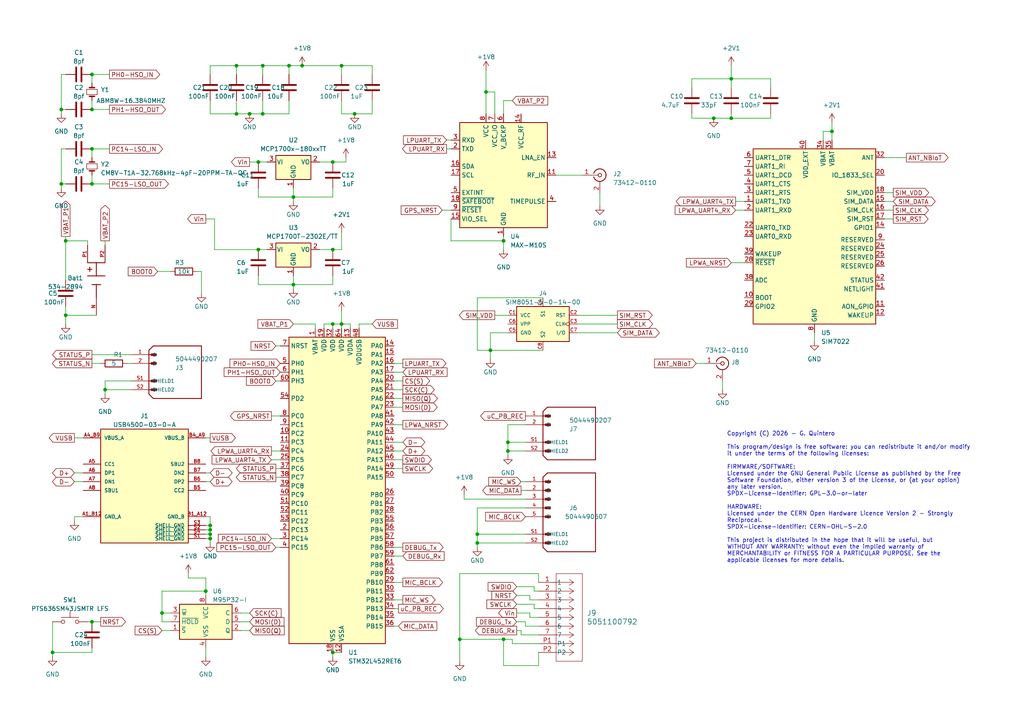
<source format=kicad_sch>
(kicad_sch (version 20250114) (generator "eeschema") (generator_version "9.0")
  (paper "A4")
  (text "Copyright (C) 2026 - G. Quintero\n\nThis program/design is free software: you can redistribute it and/or modify \nit under the terms of the following licenses:\n\nFIRMWARE/SOFTWARE:\nLicensed under the GNU General Public License as published by the Free \nSoftware Foundation, either version 3 of the License, or (at your option) \nany later version. \nSPDX-License-Identifier: GPL-3.0-or-later\n\nHARDWARE:\nLicensed under the CERN Open Hardware Licence Version 2 - Strongly \nReciprocal.\nSPDX-License-Identifier: CERN-OHL-S-2.0\n\nThis project is distributed in the hope that it will be useful, but \nWITHOUT ANY WARRANTY; without even the implied warranty of \nMERCHANTABILITY or FITNESS FOR A PARTICULAR PURPOSE. See the \napplicable licenses for more details." (exclude_from_sim yes) (at 210.82 144.272 0) (effects (font (size 1.2 1.2)) (justify left)))
  (junction (at 96.52 72.39))
  (junction (at 133.35 185.42))
  (junction (at 96.52 46.99))
  (junction (at 26.67 180.34))
  (junction (at 102.87 33.02))
  (junction (at 241.3 38.1))
  (junction (at 15.24 189.23))
  (junction (at 83.82 19.05))
  (junction (at 146.05 185.42))
  (junction (at 60.96 152.4))
  (junction (at 17.78 31.75))
  (junction (at 74.93 46.99))
  (junction (at 74.93 72.39))
  (junction (at 60.96 153.67))
  (junction (at 99.06 93.98))
  (junction (at 19.05 69.85))
  (junction (at 46.99 177.8))
  (junction (at 76.2 19.05))
  (junction (at 60.96 154.94))
  (junction (at 26.67 21.59))
  (junction (at 26.67 53.34))
  (junction (at 99.06 19.05))
  (junction (at 212.09 34.29))
  (junction (at 59.69 171.45))
  (junction (at 212.09 22.86))
  (junction (at 26.67 43.18))
  (junction (at 19.05 91.44))
  (junction (at 85.09 57.15))
  (junction (at 138.43 157.48))
  (junction (at 147.32 130.81))
  (junction (at 207.01 34.29))
  (junction (at 85.09 82.55))
  (junction (at 146.05 69.85))
  (junction (at 76.2 33.02))
  (junction (at 68.58 33.02))
  (junction (at 138.43 154.94))
  (junction (at 142.24 101.6))
  (junction (at 68.58 19.05))
  (junction (at 96.52 189.23))
  (junction (at 26.67 31.75))
  (junction (at 87.63 19.05))
  (junction (at 30.48 113.03))
  (junction (at 60.96 156.21))
  (junction (at 96.52 93.98))
  (junction (at 147.32 128.27))
  (junction (at 140.97 26.67))
  (junction (at 72.39 33.02))
  (junction (at 17.78 53.34))
  (wire (pts (xy 107.95 33.02) (xy 107.95 29.21)))
  (wire (pts (xy 154.94 171.45) (xy 156.21 171.45)))
  (wire (pts (xy 241.3 40.64) (xy 241.3 38.1)))
  (wire (pts (xy 156.21 166.37) (xy 133.35 166.37)))
  (wire (pts (xy 69.85 180.34) (xy 72.39 180.34)))
  (wire (pts (xy 83.82 29.21) (xy 83.82 33.02)))
  (wire (pts (xy 157.48 86.36) (xy 138.43 86.36)))
  (wire (pts (xy 59.69 167.64) (xy 59.69 171.45)))
  (wire (pts (xy 26.67 105.41) (xy 29.21 105.41)))
  (wire (pts (xy 60.96 19.05) (xy 68.58 19.05)))
  (wire (pts (xy 30.48 113.03) (xy 30.48 114.3)))
  (wire (pts (xy 59.69 171.45) (xy 59.69 172.72)))
  (wire (pts (xy 99.06 93.98) (xy 101.6 93.98)))
  (wire (pts (xy 62.23 72.39) (xy 74.93 72.39)))
  (wire (pts (xy 151.13 182.88) (xy 151.13 184.15)))
  (wire (pts (xy 30.48 110.49) (xy 30.48 113.03)))
  (wire (pts (xy 59.69 63.5) (xy 62.23 63.5)))
  (wire (pts (xy 59.69 153.67) (xy 60.96 153.67)))
  (wire (pts (xy 46.99 180.34) (xy 46.99 177.8)))
  (wire (pts (xy 156.21 168.91) (xy 156.21 166.37)))
  (wire (pts (xy 76.2 29.21) (xy 76.2 33.02)))
  (wire (pts (xy 19.05 69.85) (xy 19.05 81.28)))
  (wire (pts (xy 99.06 90.17) (xy 99.06 93.98)))
  (wire (pts (xy 114.3 133.35) (xy 116.84 133.35)))
  (wire (pts (xy 130.81 63.5) (xy 130.81 69.85)))
  (wire (pts (xy 31.75 43.18) (xy 26.67 43.18)))
  (wire (pts (xy 212.09 34.29) (xy 223.52 34.29)))
  (wire (pts (xy 154.94 170.18) (xy 154.94 171.45)))
  (wire (pts (xy 60.96 33.02) (xy 68.58 33.02)))
  (wire (pts (xy 138.43 101.6) (xy 142.24 101.6)))
  (wire (pts (xy 200.66 22.86) (xy 200.66 25.4)))
  (wire (pts (xy 19.05 88.9) (xy 19.05 91.44)))
  (wire (pts (xy 85.09 57.15) (xy 85.09 58.42)))
  (wire (pts (xy 156.21 189.23) (xy 156.21 193.04)))
  (wire (pts (xy 17.78 21.59) (xy 17.78 31.75)))
  (wire (pts (xy 49.53 180.34) (xy 46.99 180.34)))
  (wire (pts (xy 15.24 180.34) (xy 15.24 189.23)))
  (wire (pts (xy 45.72 78.74) (xy 49.53 78.74)))
  (wire (pts (xy 200.66 22.86) (xy 212.09 22.86)))
  (wire (pts (xy 179.07 93.98) (xy 167.64 93.98)))
  (wire (pts (xy 85.09 54.61) (xy 85.09 57.15)))
  (wire (pts (xy 26.67 31.75) (xy 31.75 31.75)))
  (wire (pts (xy 149.86 177.8) (xy 153.67 177.8)))
  (wire (pts (xy 133.35 185.42) (xy 133.35 191.77)))
  (wire (pts (xy 116.84 113.03) (xy 114.3 113.03)))
  (wire (pts (xy 149.86 170.18) (xy 154.94 170.18)))
  (wire (pts (xy 25.4 180.34) (xy 26.67 180.34)))
  (wire (pts (xy 173.99 55.88) (xy 173.99 59.69)))
  (wire (pts (xy 179.07 96.52) (xy 167.64 96.52)))
  (wire (pts (xy 134.62 144.78) (xy 134.62 143.51)))
  (wire (pts (xy 19.05 69.85) (xy 25.4 69.85)))
  (wire (pts (xy 15.24 189.23) (xy 15.24 190.5)))
  (wire (pts (xy 60.96 154.94) (xy 60.96 156.21)))
  (wire (pts (xy 213.36 58.42) (xy 215.9 58.42)))
  (wire (pts (xy 60.96 152.4) (xy 60.96 153.67)))
  (wire (pts (xy 153.67 177.8) (xy 153.67 179.07)))
  (wire (pts (xy 241.3 35.56) (xy 241.3 38.1)))
  (wire (pts (xy 146.05 193.04) (xy 146.05 185.42)))
  (wire (pts (xy 72.39 46.99) (xy 74.93 46.99)))
  (wire (pts (xy 142.24 96.52) (xy 147.32 96.52)))
  (wire (pts (xy 152.4 181.61) (xy 156.21 181.61)))
  (wire (pts (xy 116.84 115.57) (xy 114.3 115.57)))
  (wire (pts (xy 60.96 21.59) (xy 60.96 19.05)))
  (wire (pts (xy 26.67 21.59) (xy 26.67 24.13)))
  (wire (pts (xy 59.69 156.21) (xy 60.96 156.21)))
  (wire (pts (xy 46.99 177.8) (xy 49.53 177.8)))
  (wire (pts (xy 17.78 31.75) (xy 19.05 31.75)))
  (wire (pts (xy 96.52 57.15) (xy 85.09 57.15)))
  (wire (pts (xy 200.66 33.02) (xy 200.66 34.29)))
  (wire (pts (xy 146.05 69.85) (xy 146.05 72.39)))
  (wire (pts (xy 212.09 19.05) (xy 212.09 22.86)))
  (wire (pts (xy 114.3 123.19) (xy 116.84 123.19)))
  (wire (pts (xy 17.78 54.61) (xy 17.78 53.34)))
  (wire (pts (xy 99.06 67.31) (xy 99.06 72.39)))
  (wire (pts (xy 114.3 161.29) (xy 116.84 161.29)))
  (wire (pts (xy 147.32 130.81) (xy 147.32 132.08)))
  (wire (pts (xy 59.69 152.4) (xy 60.96 152.4)))
  (wire (pts (xy 96.52 93.98) (xy 99.06 93.98)))
  (wire (pts (xy 236.22 96.52) (xy 236.22 99.06)))
  (wire (pts (xy 107.95 19.05) (xy 107.95 21.59)))
  (wire (pts (xy 148.59 186.69) (xy 148.59 185.42)))
  (wire (pts (xy 87.63 19.05) (xy 83.82 19.05)))
  (wire (pts (xy 60.96 153.67) (xy 60.96 154.94)))
  (wire (pts (xy 87.63 19.05) (xy 99.06 19.05)))
  (wire (pts (xy 78.74 133.35) (xy 81.28 133.35)))
  (wire (pts (xy 93.98 93.98) (xy 93.98 95.25)))
  (wire (pts (xy 130.81 69.85) (xy 146.05 69.85)))
  (wire (pts (xy 26.67 102.87) (xy 38.1 102.87)))
  (wire (pts (xy 25.4 69.85) (xy 25.4 71.12)))
  (wire (pts (xy 19.05 68.58) (xy 19.05 69.85)))
  (wire (pts (xy 142.24 104.14) (xy 142.24 101.6)))
  (wire (pts (xy 17.78 33.02) (xy 17.78 31.75)))
  (wire (pts (xy 99.06 21.59) (xy 99.06 19.05)))
  (wire (pts (xy 59.69 154.94) (xy 60.96 154.94)))
  (wire (pts (xy 46.99 171.45) (xy 59.69 171.45)))
  (wire (pts (xy 96.52 72.39) (xy 99.06 72.39)))
  (wire (pts (xy 54.61 167.64) (xy 59.69 167.64)))
  (wire (pts (xy 38.1 113.03) (xy 30.48 113.03)))
  (wire (pts (xy 80.01 100.33) (xy 81.28 100.33)))
  (wire (pts (xy 19.05 21.59) (xy 17.78 21.59)))
  (wire (pts (xy 74.93 57.15) (xy 85.09 57.15)))
  (wire (pts (xy 148.59 29.21) (xy 146.05 29.21)))
  (wire (pts (xy 99.06 19.05) (xy 107.95 19.05)))
  (wire (pts (xy 31.75 21.59) (xy 26.67 21.59)))
  (wire (pts (xy 99.06 33.02) (xy 102.87 33.02)))
  (wire (pts (xy 19.05 43.18) (xy 17.78 43.18)))
  (wire (pts (xy 140.97 20.32) (xy 140.97 26.67)))
  (wire (pts (xy 59.69 137.16) (xy 60.96 137.16)))
  (wire (pts (xy 92.71 72.39) (xy 96.52 72.39)))
  (wire (pts (xy 207.01 34.29) (xy 212.09 34.29)))
  (wire (pts (xy 92.71 46.99) (xy 96.52 46.99)))
  (wire (pts (xy 59.69 127) (xy 60.96 127)))
  (wire (pts (xy 17.78 53.34) (xy 19.05 53.34)))
  (wire (pts (xy 21.59 127) (xy 24.13 127)))
  (wire (pts (xy 212.09 33.02) (xy 212.09 34.29)))
  (wire (pts (xy 114.3 130.81) (xy 116.84 130.81)))
  (wire (pts (xy 152.4 123.19) (xy 147.32 123.19)))
  (wire (pts (xy 161.29 50.8) (xy 168.91 50.8)))
  (wire (pts (xy 212.09 22.86) (xy 223.52 22.86)))
  (wire (pts (xy 114.3 181.61) (xy 115.57 181.61)))
  (wire (pts (xy 209.55 110.49) (xy 209.55 113.03)))
  (wire (pts (xy 149.86 182.88) (xy 151.13 182.88)))
  (wire (pts (xy 256.54 55.88) (xy 259.08 55.88)))
  (wire (pts (xy 133.35 166.37) (xy 133.35 185.42)))
  (wire (pts (xy 114.3 168.91) (xy 116.84 168.91)))
  (wire (pts (xy 19.05 91.44) (xy 27.94 91.44)))
  (wire (pts (xy 152.4 144.78) (xy 134.62 144.78)))
  (wire (pts (xy 114.3 128.27) (xy 116.84 128.27)))
  (wire (pts (xy 114.3 158.75) (xy 116.84 158.75)))
  (wire (pts (xy 96.52 189.23) (xy 96.52 190.5)))
  (wire (pts (xy 143.51 91.44) (xy 147.32 91.44)))
  (wire (pts (xy 153.67 173.99) (xy 156.21 173.99)))
  (wire (pts (xy 17.78 43.18) (xy 17.78 53.34)))
  (wire (pts (xy 19.05 91.44) (xy 19.05 93.98)))
  (wire (pts (xy 107.95 93.98) (xy 104.14 93.98)))
  (wire (pts (xy 26.67 189.23) (xy 15.24 189.23)))
  (wire (pts (xy 60.96 149.86) (xy 60.96 152.4)))
  (wire (pts (xy 147.32 128.27) (xy 147.32 130.81)))
  (wire (pts (xy 146.05 68.58) (xy 146.05 69.85)))
  (wire (pts (xy 78.74 156.21) (xy 81.28 156.21)))
  (wire (pts (xy 149.86 172.72) (xy 153.67 172.72)))
  (wire (pts (xy 238.76 40.64) (xy 238.76 38.1)))
  (wire (pts (xy 76.2 33.02) (xy 83.82 33.02)))
  (wire (pts (xy 59.69 139.7) (xy 60.96 139.7)))
  (wire (pts (xy 223.52 22.86) (xy 223.52 25.4)))
  (wire (pts (xy 60.96 156.21) (xy 60.96 157.48)))
  (wire (pts (xy 256.54 60.96) (xy 259.08 60.96)))
  (wire (pts (xy 212.09 22.86) (xy 212.09 25.4)))
  (wire (pts (xy 26.67 53.34) (xy 31.75 53.34)))
  (wire (pts (xy 21.59 139.7) (xy 24.13 139.7)))
  (wire (pts (xy 114.3 173.99) (xy 116.84 173.99)))
  (wire (pts (xy 46.99 177.8) (xy 46.99 171.45)))
  (wire (pts (xy 99.06 93.98) (xy 99.06 95.25)))
  (wire (pts (xy 60.96 29.21) (xy 60.96 33.02)))
  (wire (pts (xy 99.06 29.21) (xy 99.06 33.02)))
  (wire (pts (xy 153.67 172.72) (xy 153.67 173.99)))
  (wire (pts (xy 60.96 149.86) (xy 59.69 149.86)))
  (wire (pts (xy 138.43 147.32) (xy 138.43 154.94)))
  (wire (pts (xy 80.01 110.49) (xy 81.28 110.49)))
  (wire (pts (xy 146.05 193.04) (xy 156.21 193.04)))
  (wire (pts (xy 74.93 80.01) (xy 74.93 82.55)))
  (wire (pts (xy 154.94 176.53) (xy 156.21 176.53)))
  (wire (pts (xy 21.59 149.86) (xy 21.59 151.13)))
  (wire (pts (xy 204.47 105.41) (xy 201.93 105.41)))
  (wire (pts (xy 129.54 43.18) (xy 130.81 43.18)))
  (wire (pts (xy 138.43 154.94) (xy 152.4 154.94)))
  (wire (pts (xy 57.15 78.74) (xy 58.42 78.74)))
  (wire (pts (xy 256.54 63.5) (xy 259.08 63.5)))
  (wire (pts (xy 85.09 80.01) (xy 85.09 82.55)))
  (wire (pts (xy 133.35 185.42) (xy 146.05 185.42)))
  (wire (pts (xy 26.67 187.96) (xy 26.67 189.23)))
  (wire (pts (xy 256.54 45.72) (xy 262.89 45.72)))
  (wire (pts (xy 128.27 60.96) (xy 130.81 60.96)))
  (wire (pts (xy 154.94 175.26) (xy 154.94 176.53)))
  (wire (pts (xy 74.93 72.39) (xy 77.47 72.39)))
  (wire (pts (xy 46.99 182.88) (xy 49.53 182.88)))
  (wire (pts (xy 96.52 80.01) (xy 96.52 82.55)))
  (wire (pts (xy 24.13 149.86) (xy 21.59 149.86)))
  (wire (pts (xy 138.43 147.32) (xy 152.4 147.32)))
  (wire (pts (xy 68.58 33.02) (xy 72.39 33.02)))
  (wire (pts (xy 74.93 46.99) (xy 77.47 46.99)))
  (wire (pts (xy 200.66 34.29) (xy 207.01 34.29)))
  (wire (pts (xy 96.52 93.98) (xy 96.52 95.25)))
  (wire (pts (xy 80.01 135.89) (xy 81.28 135.89)))
  (wire (pts (xy 152.4 180.34) (xy 152.4 181.61)))
  (wire (pts (xy 129.54 40.64) (xy 130.81 40.64)))
  (wire (pts (xy 76.2 21.59) (xy 76.2 19.05)))
  (wire (pts (xy 36.83 105.41) (xy 38.1 105.41)))
  (wire (pts (xy 138.43 157.48) (xy 152.4 157.48)))
  (wire (pts (xy 114.3 176.53) (xy 115.57 176.53)))
  (wire (pts (xy 151.13 142.24) (xy 152.4 142.24)))
  (wire (pts (xy 116.84 118.11) (xy 114.3 118.11)))
  (wire (pts (xy 148.59 186.69) (xy 156.21 186.69)))
  (wire (pts (xy 146.05 29.21) (xy 146.05 33.02)))
  (wire (pts (xy 78.74 120.65) (xy 81.28 120.65)))
  (wire (pts (xy 167.64 91.44) (xy 179.07 91.44)))
  (wire (pts (xy 140.97 26.67) (xy 143.51 26.67)))
  (wire (pts (xy 153.67 179.07) (xy 156.21 179.07)))
  (wire (pts (xy 74.93 54.61) (xy 74.93 57.15)))
  (wire (pts (xy 149.86 180.34) (xy 152.4 180.34)))
  (wire (pts (xy 147.32 130.81) (xy 152.4 130.81)))
  (wire (pts (xy 102.87 33.02) (xy 107.95 33.02)))
  (wire (pts (xy 80.01 158.75) (xy 81.28 158.75)))
  (wire (pts (xy 59.69 187.96) (xy 59.69 190.5)))
  (wire (pts (xy 96.52 54.61) (xy 96.52 57.15)))
  (wire (pts (xy 146.05 185.42) (xy 148.59 185.42)))
  (wire (pts (xy 138.43 86.36) (xy 138.43 101.6)))
  (wire (pts (xy 68.58 29.21) (xy 68.58 33.02)))
  (wire (pts (xy 74.93 82.55) (xy 85.09 82.55)))
  (wire (pts (xy 142.24 101.6) (xy 157.48 101.6)))
  (wire (pts (xy 26.67 50.8) (xy 26.67 53.34)))
  (wire (pts (xy 21.59 137.16) (xy 24.13 137.16)))
  (wire (pts (xy 213.36 60.96) (xy 215.9 60.96)))
  (wire (pts (xy 114.3 110.49) (xy 116.84 110.49)))
  (wire (pts (xy 100.33 46.99) (xy 100.33 45.72)))
  (wire (pts (xy 78.74 130.81) (xy 81.28 130.81)))
  (wire (pts (xy 212.09 76.2) (xy 215.9 76.2)))
  (wire (pts (xy 238.76 38.1) (xy 241.3 38.1)))
  (wire (pts (xy 256.54 58.42) (xy 259.08 58.42)))
  (wire (pts (xy 149.86 175.26) (xy 154.94 175.26)))
  (wire (pts (xy 54.61 166.37) (xy 54.61 167.64)))
  (wire (pts (xy 96.52 82.55) (xy 85.09 82.55)))
  (wire (pts (xy 91.44 93.98) (xy 91.44 95.25)))
  (wire (pts (xy 85.09 93.98) (xy 91.44 93.98)))
  (wire (pts (xy 138.43 154.94) (xy 138.43 157.48)))
  (wire (pts (xy 62.23 63.5) (xy 62.23 72.39)))
  (wire (pts (xy 68.58 19.05) (xy 76.2 19.05)))
  (wire (pts (xy 83.82 19.05) (xy 83.82 21.59)))
  (wire (pts (xy 114.3 135.89) (xy 116.84 135.89)))
  (wire (pts (xy 101.6 95.25) (xy 101.6 93.98)))
  (wire (pts (xy 85.09 82.55) (xy 85.09 83.82)))
  (wire (pts (xy 151.13 139.7) (xy 152.4 139.7)))
  (wire (pts (xy 147.32 123.19) (xy 147.32 128.27)))
  (wire (pts (xy 114.3 107.95) (xy 116.84 107.95)))
  (wire (pts (xy 104.14 93.98) (xy 104.14 95.25)))
  (wire (pts (xy 69.85 182.88) (xy 72.39 182.88)))
  (wire (pts (xy 143.51 33.02) (xy 143.51 26.67)))
  (wire (pts (xy 96.52 189.23) (xy 99.06 189.23)))
  (wire (pts (xy 26.67 180.34) (xy 29.21 180.34)))
  (wire (pts (xy 138.43 157.48) (xy 138.43 158.75)))
  (wire (pts (xy 58.42 78.74) (xy 58.42 85.09)))
  (wire (pts (xy 30.48 69.85) (xy 30.48 71.12)))
  (wire (pts (xy 72.39 33.02) (xy 76.2 33.02)))
  (wire (pts (xy 26.67 29.21) (xy 26.67 31.75)))
  (wire (pts (xy 93.98 93.98) (xy 96.52 93.98)))
  (wire (pts (xy 38.1 110.49) (xy 30.48 110.49)))
  (wire (pts (xy 68.58 21.59) (xy 68.58 19.05)))
  (wire (pts (xy 147.32 128.27) (xy 152.4 128.27)))
  (wire (pts (xy 140.97 26.67) (xy 140.97 33.02)))
  (wire (pts (xy 96.52 46.99) (xy 100.33 46.99)))
  (wire (pts (xy 76.2 19.05) (xy 83.82 19.05)))
  (wire (pts (xy 69.85 177.8) (xy 72.39 177.8)))
  (wire (pts (xy 80.01 138.43) (xy 81.28 138.43)))
  (wire (pts (xy 26.67 43.18) (xy 26.67 45.72)))
  (wire (pts (xy 151.13 184.15) (xy 156.21 184.15)))
  (wire (pts (xy 142.24 101.6) (xy 142.24 96.52)))
  (wire (pts (xy 114.3 105.41) (xy 116.84 105.41)))
  (wire (pts (xy 223.52 33.02) (xy 223.52 34.29)))
  (global_label "LPWA_UART4_TX" (shape output) (at 213.36 58.42 180) (property "Intersheetrefs" "${INTERSHEET_REFS}" (effects (hide yes))))
  (global_label "STATUS_N" (shape output) (at 80.01 138.43 180) (property "Intersheetrefs" "${INTERSHEET_REFS}" (effects (hide yes))))
  (global_label "SWCLK" (shape output) (at 116.84 135.89 0) (property "Intersheetrefs" "${INTERSHEET_REFS}" (effects (hide yes))))
  (global_label "SIM_DATA" (shape bidirectional) (at 179.07 96.52 0) (property "Intersheetrefs" "${INTERSHEET_REFS}" (effects (hide yes))))
  (global_label "PC15-LSO_OUT" (shape input) (at 80.01 158.75 180) (property "Intersheetrefs" "${INTERSHEET_REFS}" (effects (hide yes))))
  (global_label "VUSB" (shape output) (at 21.59 127 180) (property "Intersheetrefs" "${INTERSHEET_REFS}" (effects (hide yes))))
  (global_label "PC15-LSO_OUT" (shape output) (at 31.75 53.34 0) (property "Intersheetrefs" "${INTERSHEET_REFS}" (effects (hide yes))))
  (global_label "Vin" (shape output) (at 149.86 177.8 180) (property "Intersheetrefs" "${INTERSHEET_REFS}" (effects (hide yes))))
  (global_label "STATUS_P" (shape output) (at 26.67 102.87 180) (property "Intersheetrefs" "${INTERSHEET_REFS}" (effects (hide yes))))
  (global_label "Vin" (shape output) (at 59.69 63.5 180) (property "Intersheetrefs" "${INTERSHEET_REFS}" (effects (hide yes))))
  (global_label "LPUART_RX" (shape input) (at 116.84 107.95 0) (property "Intersheetrefs" "${INTERSHEET_REFS}" (effects (hide yes))))
  (global_label "LPWA_UART4_TX" (shape input) (at 78.74 133.35 180) (property "Intersheetrefs" "${INTERSHEET_REFS}" (effects (hide yes))))
  (global_label "VBAT_P2" (shape output) (at 30.48 69.85 90) (property "Intersheetrefs" "${INTERSHEET_REFS}" (effects (hide yes))))
  (global_label "VUSB" (shape output) (at 60.96 127 0) (property "Intersheetrefs" "${INTERSHEET_REFS}" (effects (hide yes))))
  (global_label "DEBUG_Tx" (shape output) (at 116.84 158.75 0) (property "Intersheetrefs" "${INTERSHEET_REFS}" (effects (hide yes))))
  (global_label "PC14-LSO_IN" (shape output) (at 31.75 43.18 0) (property "Intersheetrefs" "${INTERSHEET_REFS}" (effects (hide yes))))
  (global_label "GPS_NRST" (shape input) (at 128.27 60.96 180) (property "Intersheetrefs" "${INTERSHEET_REFS}" (effects (hide yes))))
  (global_label "LPUART_TX" (shape input) (at 129.54 40.64 180) (property "Intersheetrefs" "${INTERSHEET_REFS}" (effects (hide yes))))
  (global_label "DEBUG_Rx" (shape input) (at 116.84 161.29 0) (property "Intersheetrefs" "${INTERSHEET_REFS}" (effects (hide yes))))
  (global_label "STATUS_P" (shape output) (at 80.01 135.89 180) (property "Intersheetrefs" "${INTERSHEET_REFS}" (effects (hide yes))))
  (global_label "SWCLK" (shape input) (at 149.86 175.26 180) (property "Intersheetrefs" "${INTERSHEET_REFS}" (effects (hide yes))))
  (global_label "PH1-HSO_OUT" (shape output) (at 31.75 31.75 0) (property "Intersheetrefs" "${INTERSHEET_REFS}" (effects (hide yes))))
  (global_label "SCK(C)" (shape output) (at 116.84 113.03 0) (property "Intersheetrefs" "${INTERSHEET_REFS}" (effects (hide yes))))
  (global_label "D-" (shape bidirectional) (at 116.84 128.27 0) (property "Intersheetrefs" "${INTERSHEET_REFS}" (effects (hide yes))))
  (global_label "NRST" (shape output) (at 29.21 180.34 0) (property "Intersheetrefs" "${INTERSHEET_REFS}" (effects (hide yes))))
  (global_label "BOOT0" (shape input) (at 45.72 78.74 180) (property "Intersheetrefs" "${INTERSHEET_REFS}" (effects (hide yes))))
  (global_label "D-" (shape bidirectional) (at 60.96 137.16 0) (property "Intersheetrefs" "${INTERSHEET_REFS}" (effects (hide yes))))
  (global_label "SWDIO" (shape output) (at 116.84 133.35 0) (property "Intersheetrefs" "${INTERSHEET_REFS}" (effects (hide yes))))
  (global_label "MIC_WS" (shape output) (at 116.84 173.99 0) (property "Intersheetrefs" "${INTERSHEET_REFS}" (effects (hide yes))))
  (global_label "MOSI(D)" (shape output) (at 116.84 118.11 0) (property "Intersheetrefs" "${INTERSHEET_REFS}" (effects (hide yes))))
  (global_label "D+" (shape bidirectional) (at 116.84 130.81 0) (property "Intersheetrefs" "${INTERSHEET_REFS}" (effects (hide yes))))
  (global_label "CS(S)" (shape input) (at 46.99 182.88 180) (property "Intersheetrefs" "${INTERSHEET_REFS}" (effects (hide yes))))
  (global_label "D+" (shape bidirectional) (at 21.59 137.16 180) (property "Intersheetrefs" "${INTERSHEET_REFS}" (effects (hide yes))))
  (global_label "STATUS_N" (shape output) (at 26.67 105.41 180) (property "Intersheetrefs" "${INTERSHEET_REFS}" (effects (hide yes))))
  (global_label "ANT_NBIoT" (shape input) (at 201.93 105.41 180) (property "Intersheetrefs" "${INTERSHEET_REFS}" (effects (hide yes))))
  (global_label "uC_PB_REC" (shape output) (at 115.57 176.53 0) (property "Intersheetrefs" "${INTERSHEET_REFS}" (effects (hide yes))))
  (global_label "MIC_WS" (shape input) (at 151.13 139.7 180) (property "Intersheetrefs" "${INTERSHEET_REFS}" (effects (hide yes))))
  (global_label "VBAT_P2" (shape input) (at 148.59 29.21 0) (property "Intersheetrefs" "${INTERSHEET_REFS}" (effects (hide yes))))
  (global_label "DEBUG_Rx" (shape output) (at 149.86 182.88 180) (property "Intersheetrefs" "${INTERSHEET_REFS}" (effects (hide yes))))
  (global_label "MIC_DATA" (shape output) (at 151.13 142.24 180) (property "Intersheetrefs" "${INTERSHEET_REFS}" (effects (hide yes))))
  (global_label "BOOT0" (shape input) (at 80.01 110.49 180) (property "Intersheetrefs" "${INTERSHEET_REFS}" (effects (hide yes))))
  (global_label "DEBUG_Tx" (shape input) (at 149.86 180.34 180) (property "Intersheetrefs" "${INTERSHEET_REFS}" (effects (hide yes))))
  (global_label "SIM_RST" (shape output) (at 259.08 63.5 0) (property "Intersheetrefs" "${INTERSHEET_REFS}" (effects (hide yes))))
  (global_label "ANT_NBIoT" (shape output) (at 262.89 45.72 0) (property "Intersheetrefs" "${INTERSHEET_REFS}" (effects (hide yes))))
  (global_label "CS(S)" (shape output) (at 116.84 110.49 0) (property "Intersheetrefs" "${INTERSHEET_REFS}" (effects (hide yes))))
  (global_label "MOSI(D)" (shape input) (at 72.39 180.34 0) (property "Intersheetrefs" "${INTERSHEET_REFS}" (effects (hide yes))))
  (global_label "PH1-HSO_OUT" (shape input) (at 81.28 107.95 180) (property "Intersheetrefs" "${INTERSHEET_REFS}" (effects (hide yes))))
  (global_label "LPWA_UART4_RX" (shape output) (at 78.74 130.81 180) (property "Intersheetrefs" "${INTERSHEET_REFS}" (effects (hide yes))))
  (global_label "PH0-HSO_IN" (shape input) (at 81.28 105.41 180) (property "Intersheetrefs" "${INTERSHEET_REFS}" (effects (hide yes))))
  (global_label "SIM_VDD" (shape output) (at 259.08 55.88 0) (property "Intersheetrefs" "${INTERSHEET_REFS}" (effects (hide yes))))
  (global_label "LPWA_NRST" (shape output) (at 116.84 123.19 0) (property "Intersheetrefs" "${INTERSHEET_REFS}" (effects (hide yes))))
  (global_label "LPUART_RX" (shape output) (at 129.54 43.18 180) (property "Intersheetrefs" "${INTERSHEET_REFS}" (effects (hide yes))))
  (global_label "PH0-HSO_IN" (shape output) (at 31.75 21.59 0) (property "Intersheetrefs" "${INTERSHEET_REFS}" (effects (hide yes))))
  (global_label "SIM_RST" (shape output) (at 179.07 91.44 0) (property "Intersheetrefs" "${INTERSHEET_REFS}" (effects (hide yes))))
  (global_label "MIC_BCLK" (shape input) (at 152.4 149.86 180) (property "Intersheetrefs" "${INTERSHEET_REFS}" (effects (hide yes))))
  (global_label "MIC_BCLK" (shape output) (at 116.84 168.91 0) (property "Intersheetrefs" "${INTERSHEET_REFS}" (effects (hide yes))))
  (global_label "NRST" (shape input) (at 149.86 172.72 180) (property "Intersheetrefs" "${INTERSHEET_REFS}" (effects (hide yes))))
  (global_label "D+" (shape bidirectional) (at 60.96 139.7 0) (property "Intersheetrefs" "${INTERSHEET_REFS}" (effects (hide yes))))
  (global_label "LPUART_TX" (shape output) (at 116.84 105.41 0) (property "Intersheetrefs" "${INTERSHEET_REFS}" (effects (hide yes))))
  (global_label "LPWA_UART4_RX" (shape input) (at 213.36 60.96 180) (property "Intersheetrefs" "${INTERSHEET_REFS}" (effects (hide yes))))
  (global_label "MISO(Q)" (shape input) (at 72.39 182.88 0) (property "Intersheetrefs" "${INTERSHEET_REFS}" (effects (hide yes))))
  (global_label "SIM_CLK" (shape output) (at 259.08 60.96 0) (property "Intersheetrefs" "${INTERSHEET_REFS}" (effects (hide yes))))
  (global_label "SIM_DATA" (shape bidirectional) (at 259.08 58.42 0) (property "Intersheetrefs" "${INTERSHEET_REFS}" (effects (hide yes))))
  (global_label "VBAT_P1" (shape output) (at 19.05 68.58 90) (property "Intersheetrefs" "${INTERSHEET_REFS}" (effects (hide yes))))
  (global_label "SIM_CLK" (shape output) (at 179.07 93.98 0) (property "Intersheetrefs" "${INTERSHEET_REFS}" (effects (hide yes))))
  (global_label "Vin" (shape output) (at 72.39 46.99 180) (property "Intersheetrefs" "${INTERSHEET_REFS}" (effects (hide yes))))
  (global_label "VBAT_P1" (shape input) (at 85.09 93.98 180) (property "Intersheetrefs" "${INTERSHEET_REFS}" (effects (hide yes))))
  (global_label "SCK(C)" (shape input) (at 72.39 177.8 0) (property "Intersheetrefs" "${INTERSHEET_REFS}" (effects (hide yes))))
  (global_label "MISO(Q)" (shape output) (at 116.84 115.57 0) (property "Intersheetrefs" "${INTERSHEET_REFS}" (effects (hide yes))))
  (global_label "VUSB" (shape input) (at 107.95 93.98 0) (property "Intersheetrefs" "${INTERSHEET_REFS}" (effects (hide yes))))
  (global_label "SWDIO" (shape input) (at 149.86 170.18 180) (property "Intersheetrefs" "${INTERSHEET_REFS}" (effects (hide yes))))
  (global_label "uC_PB_REC" (shape output) (at 152.4 120.65 180) (property "Intersheetrefs" "${INTERSHEET_REFS}" (effects (hide yes))))
  (global_label "MIC_DATA" (shape input) (at 115.57 181.61 0) (property "Intersheetrefs" "${INTERSHEET_REFS}" (effects (hide yes))))
  (global_label "SIM_VDD" (shape output) (at 143.51 91.44 180) (property "Intersheetrefs" "${INTERSHEET_REFS}" (effects (hide yes))))
  (global_label "GPS_NRST" (shape output) (at 78.74 120.65 180) (property "Intersheetrefs" "${INTERSHEET_REFS}" (effects (hide yes))))
  (global_label "LPWA_NRST" (shape input) (at 212.09 76.2 180) (property "Intersheetrefs" "${INTERSHEET_REFS}" (effects (hide yes))))
  (global_label "PC14-LSO_IN" (shape input) (at 78.74 156.21 180) (property "Intersheetrefs" "${INTERSHEET_REFS}" (effects (hide yes))))
  (global_label "NRST" (shape input) (at 80.01 100.33 180) (property "Intersheetrefs" "${INTERSHEET_REFS}" (effects (hide yes))))
  (global_label "D-" (shape bidirectional) (at 21.59 139.7 180) (property "Intersheetrefs" "${INTERSHEET_REFS}" (effects (hide yes))))
  (symbol (lib_id "power:+1V8") (at 100.33 45.72 0) (unit 1)
    (property "Reference" "#PWR013" (effects (hide yes)))
    (property "Value" "+1V8" (at 100.33 40.64 0))
  )
  (symbol (lib_id "Device:C") (at 96.52 50.8 0) (mirror x) (unit 1)
    (property "Reference" "C12" (at 102.87 50.8 0) (effects (justify right)))
    (property "Value" "1uF" (at 102.87 53.34 0) (effects (justify right)))
    (property "Footprint" "Capacitor_SMD:C_0603_1608Metric_Pad1.08x0.95mm_HandSolder" (effects (hide yes)))
    (property "Datasheet" "80-C1206C200K1HACTU" (effects (hide yes)))
  )
  (symbol (lib_id "Device:C") (at 22.86 43.18 270) (unit 1)
    (property "Reference" "C3" (at 22.86 36.83 90))
    (property "Value" "8pf" (at 22.86 39.37 90))
    (property "Footprint" "Capacitor_SMD:C_0603_1608Metric_Pad1.08x0.95mm_HandSolder" (effects (hide yes)))
    (property "Datasheet" "80-C1206C200K1HACTU" (effects (hide yes)))
  )
  (symbol (lib_id "Device:C") (at 83.82 25.4 180) (unit 1)
    (property "Reference" "C18" (at 78.74 25.4 0) (effects (justify right)))
    (property "Value" "10uF" (at 77.47 27.94 0) (effects (justify right)))
    (property "Footprint" "Capacitor_SMD:C_0603_1608Metric_Pad1.08x0.95mm_HandSolder" (effects (hide yes)))
    (property "Datasheet" "80-C1206C200K1HACTU" (effects (hide yes)))
  )
  (symbol (lib_id "Device:C") (at 74.93 50.8 180) (unit 1)
    (property "Reference" "C11" (at 69.85 50.8 0) (effects (justify right)))
    (property "Value" "1uF" (at 68.58 53.34 0) (effects (justify right)))
    (property "Footprint" "Capacitor_SMD:C_0603_1608Metric_Pad1.08x0.95mm_HandSolder" (effects (hide yes)))
    (property "Datasheet" "80-C1206C200K1HACTU" (effects (hide yes)))
  )
  (symbol (lib_id "Device:C") (at 22.86 53.34 90) (unit 1)
    (property "Reference" "C4" (at 22.86 46.99 90))
    (property "Value" "8pf" (at 22.86 49.53 90))
    (property "Footprint" "Capacitor_SMD:C_0603_1608Metric_Pad1.08x0.95mm_HandSolder" (effects (hide yes)))
    (property "Datasheet" "80-C1206C200K1HACTU" (effects (hide yes)))
  )
  (symbol (lib_id "RF_GPS:MAX-M10S") (at 146.05 50.8 0) (unit 1)
    (property "Reference" "U4" (at 148.0059 68.58 0) (effects (justify left)))
    (property "Value" "MAX-M10S" (at 148.0059 71.12 0) (effects (justify left)))
    (property "Footprint" "RF_GPS:ublox_MAX" (effects (hide yes)))
    (property "Datasheet" "https://content.u-blox.com/sites/default/files/MAX-M10S_DataSheet_UBX-20035208.pdf" (effects (hide yes)))
  )
  (symbol (lib_id "power:+1V8") (at 134.62 143.51 0) (unit 1)
    (property "Reference" "#PWR010" (effects (hide yes)))
    (property "Value" "+1V8" (at 134.62 138.43 0))
  )
  (symbol (lib_id "SIM8051-6-0-14-00-X-REVD:SIM8051-6-0-14-00-X-REVD") (at 157.48 93.98 0) (mirror y) (unit 1)
    (property "Reference" "J4" (at 157.48 85.09 0))
    (property "Value" "SIM8051-6-0-14-00" (at 157.48 87.63 0))
    (property "Footprint" "GCT_SIM8051-6-0-14-00-X-REVD" (effects (hide yes)))
    (property "MANUFACTURER" "GCT" (effects (hide yes)))
  )
  (symbol (lib_id "Regulator_Linear:MCP1700x-280xxTT") (at 85.09 72.39 0) (unit 1)
    (property "Reference" "U3" (at 85.09 66.04 0))
    (property "Value" "MCP1700T-2302E/TT" (at 87.63 68.58 0))
    (property "Footprint" "Package_TO_SOT_SMD:SOT-23" (effects (hide yes)))
    (property "Datasheet" "http://ww1.microchip.com/downloads/en/DeviceDoc/20001826D.pdf" (effects (hide yes)))
  )
  (symbol (lib_id "Device:C") (at 96.52 76.2 0) (mirror x) (unit 1)
    (property "Reference" "C7" (at 101.6 76.2 0) (effects (justify right)))
    (property "Value" "1uF" (at 102.87 78.74 0) (effects (justify right)))
    (property "Footprint" "Capacitor_SMD:C_0603_1608Metric_Pad1.08x0.95mm_HandSolder" (effects (hide yes)))
    (property "Datasheet" "80-C1206C200K1HACTU" (effects (hide yes)))
  )
  (symbol (lib_id "power:GND") (at 138.43 158.75 0) (unit 1)
    (property "Reference" "#PWR033" (effects (hide yes)))
    (property "Value" "GND" (at 138.43 162.56 0))
  )
  (symbol (lib_id "CUSTOM:+2V1") (at 99.06 67.31 0) (unit 1)
    (property "Reference" "#PWR014" (effects (hide yes)))
    (property "Value" "+2V1" (at 99.06 62.23 0))
  )
  (symbol (lib_id "Device:R") (at 53.34 78.74 90) (unit 1)
    (property "Reference" "R3" (at 52.07 76.2 90))
    (property "Value" "10k" (at 53.34 78.74 90))
    (property "Footprint" "Resistor_SMD:R_0603_1608Metric_Pad0.98x0.95mm_HandSolder" (effects (hide yes)))
  )
  (symbol (lib_id "power:GND") (at 236.22 99.06 0) (unit 1)
    (property "Reference" "#PWR024" (effects (hide yes)))
    (property "Value" "GND" (at 236.22 104.14 0))
  )
  (symbol (lib_id "Device:C") (at 200.66 29.21 180) (unit 1)
    (property "Reference" "C10" (at 194.31 27.94 0) (effects (justify right)))
    (property "Value" "4.7uF" (at 191.77 30.48 0) (effects (justify right)))
    (property "Footprint" "Capacitor_SMD:C_0603_1608Metric_Pad1.08x0.95mm_HandSolder" (effects (hide yes)))
    (property "Datasheet" "80-C1206C200K1HACTU" (effects (hide yes)))
  )
  (symbol (lib_id "power:+1V8") (at 140.97 20.32 0) (unit 1)
    (property "Reference" "#PWR017" (effects (hide yes)))
    (property "Value" "+1V8" (at 140.97 16.51 0))
  )
  (symbol (lib_id "Device:C") (at 19.05 85.09 180) (unit 1)
    (property "Reference" "C5" (at 13.97 85.09 0) (effects (justify right)))
    (property "Value" "100nF" (at 12.7 87.63 0) (effects (justify right)))
    (property "Footprint" "Capacitor_SMD:C_0603_1608Metric_Pad1.08x0.95mm_HandSolder" (effects (hide yes)))
    (property "Datasheet" "80-C1206C200K1HACTU" (effects (hide yes)))
  )
  (symbol (lib_id "power:GND") (at 17.78 33.02 0) (unit 1)
    (property "Reference" "#PWR01" (effects (hide yes)))
    (property "Value" "GND" (at 17.78 38.1 0))
  )
  (symbol (lib_id "power:GND") (at 85.09 83.82 0) (unit 1)
    (property "Reference" "#PWR02" (effects (hide yes)))
    (property "Value" "GND" (at 85.09 87.63 0))
  )
  (symbol (lib_id "Device:C") (at 223.52 29.21 180) (unit 1)
    (property "Reference" "C14" (at 217.17 27.94 0) (effects (justify right)))
    (property "Value" "100nF" (at 214.63 30.48 0) (effects (justify right)))
    (property "Footprint" "Capacitor_SMD:C_0603_1608Metric_Pad1.08x0.95mm_HandSolder" (effects (hide yes)))
    (property "Datasheet" "80-C1206C200K1HACTU" (effects (hide yes)))
  )
  (symbol (lib_id "Device:C") (at 76.2 25.4 180) (unit 1)
    (property "Reference" "C19" (at 71.12 25.4 0) (effects (justify right)))
    (property "Value" "100nF" (at 69.85 27.94 0) (effects (justify right)))
    (property "Footprint" "Capacitor_SMD:C_0603_1608Metric_Pad1.08x0.95mm_HandSolder" (effects (hide yes)))
    (property "Datasheet" "80-C1206C200K1HACTU" (effects (hide yes)))
  )
  (symbol (lib_id "power:GND") (at 209.55 113.03 0) (unit 1)
    (property "Reference" "#PWR023" (effects (hide yes)))
    (property "Value" "GND" (at 209.55 116.84 0))
  )
  (symbol (lib_id "CUSTOM:+2V1") (at 241.3 35.56 0) (unit 1)
    (property "Reference" "#PWR03" (effects (hide yes)))
    (property "Value" "+2V1" (at 241.3 30.48 0))
  )
  (symbol (lib_id "power:GND") (at 133.35 191.77 0) (unit 1)
    (property "Reference" "#PWR026" (effects (hide yes)))
    (property "Value" "GND" (at 133.35 196.85 0))
  )
  (symbol (lib_id "power:+1V8") (at 87.63 19.05 0) (unit 1)
    (property "Reference" "#PWR012" (effects (hide yes)))
    (property "Value" "+1V8" (at 87.63 13.97 0))
  )
  (symbol (lib_id "Device:C") (at 60.96 25.4 180) (unit 1)
    (property "Reference" "C21" (at 55.88 25.4 0) (effects (justify right)))
    (property "Value" "100nF" (at 54.61 27.94 0) (effects (justify right)))
    (property "Footprint" "Capacitor_SMD:C_0603_1608Metric_Pad1.08x0.95mm_HandSolder" (effects (hide yes)))
    (property "Datasheet" "80-C1206C200K1HACTU" (effects (hide yes)))
  )
  (symbol (lib_id "power:GND") (at 207.01 34.29 0) (unit 1)
    (property "Reference" "#PWR022" (effects (hide yes)))
    (property "Value" "GND" (at 207.01 39.37 0))
  )
  (symbol (lib_id "Device:C") (at 22.86 21.59 270) (unit 1)
    (property "Reference" "C1" (at 22.86 15.24 90))
    (property "Value" "8pf" (at 22.86 17.78 90))
    (property "Footprint" "Capacitor_SMD:C_0603_1608Metric_Pad1.08x0.95mm_HandSolder" (effects (hide yes)))
    (property "Datasheet" "80-C1206C200K1HACTU" (effects (hide yes)))
  )
  (symbol (lib_id "power:GND") (at 142.24 104.14 0) (mirror y) (unit 1)
    (property "Reference" "#PWR020" (effects (hide yes)))
    (property "Value" "GND" (at 142.24 107.95 0))
  )
  (symbol (lib_id "Switch:SW_Push") (at 20.32 180.34 0) (unit 1)
    (property "Reference" "SW1" (at 20.32 173.99 0))
    (property "Value" "PTS636SM43JSMTR LFS" (at 20.32 176.53 0))
    (property "Footprint" "Button_Switch_SMD:SW_SPST_CK_RS282G05A3" (effects (hide yes)))
  )
  (symbol (lib_id "Device:R") (at 33.02 105.41 270) (mirror x) (unit 1)
    (property "Reference" "R1" (at 34.29 102.87 90))
    (property "Value" "5" (at 33.02 105.41 90))
    (property "Footprint" "Resistor_SMD:R_0603_1608Metric_Pad0.98x0.95mm_HandSolder" (effects (hide yes)))
  )
  (symbol (lib_id "Device:C") (at 212.09 29.21 180) (unit 1)
    (property "Reference" "C13" (at 205.74 27.94 0) (effects (justify right)))
    (property "Value" "33pF" (at 203.2 30.48 0) (effects (justify right)))
    (property "Footprint" "Capacitor_SMD:C_0603_1608Metric_Pad1.08x0.95mm_HandSolder" (effects (hide yes)))
    (property "Datasheet" "80-C1206C200K1HACTU" (effects (hide yes)))
  )
  (symbol (lib_id "power:GND") (at 59.69 190.5 0) (unit 1)
    (property "Reference" "#PWR039" (effects (hide yes)))
    (property "Value" "GND" (at 59.69 195.58 0))
  )
  (symbol (lib_id "5044490207:5044490207") (at 165.1 125.73 0) (unit 1)
    (property "Reference" "J7" (at 165.1 124.46 0) (effects (justify left)))
    (property "Value" "5044490207" (at 165.1 121.92 0) (effects (justify left)))
    (property "Footprint" "5044490207:MOLEX_5044490207" (effects (hide yes)))
    (property "PARTREV" "A" (effects (hide yes)))
    (property "STANDARD" "Manufacturer Recommendations" (effects (hide yes)))
    (property "MAXIMUM_PACKAGE_HEIGHT" "5.54 mm" (effects (hide yes)))
    (property "MANUFACTURER" "Molex" (effects (hide yes)))
  )
  (symbol (lib_id "power:GND") (at 102.87 33.02 0) (unit 1)
    (property "Reference" "#PWR029" (effects (hide yes)))
    (property "Value" "GND" (at 102.87 36.83 0))
  )
  (symbol (lib_id "power:GND") (at 58.42 85.09 0) (unit 1)
    (property "Reference" "#PWR011" (effects (hide yes)))
    (property "Value" "GND" (at 58.42 88.9 0))
  )
  (symbol (lib_id "power:GND") (at 85.09 58.42 0) (unit 1)
    (property "Reference" "#PWR04" (effects (hide yes)))
    (property "Value" "GND" (at 85.09 62.23 0))
  )
  (symbol (lib_id "Device:Crystal_Small") (at 26.67 48.26 270) (unit 1)
    (property "Reference" "Y2" (at 29.21 47.625 90) (effects (justify left)))
    (property "Value" "CM8V-T1A-32.768kHz-4pF-20PPM-TA-QC" (at 29.21 50.165 90) (effects (justify left)))
    (property "Footprint" "Crystal:Crystal_SMD_MicroCrystal_CC8V-T1A-2Pin_2.0x1.2mm_HandSoldering" (effects (hide yes)))
  )
  (symbol (lib_id "Device:C") (at 99.06 25.4 180) (unit 1)
    (property "Reference" "C22" (at 93.98 25.4 0) (effects (justify right)))
    (property "Value" "100nF" (at 92.71 27.94 0) (effects (justify right)))
    (property "Footprint" "Capacitor_SMD:C_0603_1608Metric_Pad1.08x0.95mm_HandSolder" (effects (hide yes)))
    (property "Datasheet" "80-C1206C200K1HACTU" (effects (hide yes)))
  )
  (symbol (lib_id "Device:C") (at 68.58 25.4 180) (unit 1)
    (property "Reference" "C20" (at 63.5 25.4 0) (effects (justify right)))
    (property "Value" "100nF" (at 62.23 27.94 0) (effects (justify right)))
    (property "Footprint" "Capacitor_SMD:C_0603_1608Metric_Pad1.08x0.95mm_HandSolder" (effects (hide yes)))
    (property "Datasheet" "80-C1206C200K1HACTU" (effects (hide yes)))
  )
  (symbol (lib_id "Device:C") (at 107.95 25.4 180) (unit 1)
    (property "Reference" "C23" (at 102.87 25.4 0) (effects (justify right)))
    (property "Value" "1uF" (at 101.6 27.94 0) (effects (justify right)))
    (property "Footprint" "Capacitor_SMD:C_0603_1608Metric_Pad1.08x0.95mm_HandSolder" (effects (hide yes)))
    (property "Datasheet" "80-C1206C200K1HACTU" (effects (hide yes)))
  )
  (symbol (lib_id "5044490207:5044490207") (at 50.8 107.95 0) (unit 1)
    (property "Reference" "J3" (at 50.8 106.68 0) (effects (justify left)))
    (property "Value" "5044490207" (at 50.8 104.14 0) (effects (justify left)))
    (property "Footprint" "5044490207:MOLEX_5044490207" (effects (hide yes)))
    (property "PARTREV" "A" (effects (hide yes)))
    (property "STANDARD" "Manufacturer Recommendations" (effects (hide yes)))
    (property "MAXIMUM_PACKAGE_HEIGHT" "5.54 mm" (effects (hide yes)))
    (property "MANUFACTURER" "Molex" (effects (hide yes)))
  )
  (symbol (lib_id "CUSTOM:SIM7022") (at 236.22 68.58 0) (unit 1)
    (property "Reference" "U5" (at 238.1759 96.52 0) (effects (justify left)))
    (property "Value" "SIM7022" (at 238.1759 99.06 0) (effects (justify left)))
    (property "Footprint" "RF_GSM:SIMCom_SIM800C" (effects (hide yes)))
    (property "Datasheet" "https://simcom.ee/documents/SIM7020/SIM7020%20Hardware%20Design_V1.02.pdf" (effects (hide yes)))
  )
  (symbol (lib_id "Device:C") (at 26.67 184.15 180) (unit 1)
    (property "Reference" "C24" (at 21.59 184.15 0) (effects (justify right)))
    (property "Value" "100nF" (at 20.32 186.69 0) (effects (justify right)))
    (property "Footprint" "Capacitor_SMD:C_0603_1608Metric_Pad1.08x0.95mm_HandSolder" (effects (hide yes)))
    (property "Datasheet" "80-C1206C200K1HACTU" (effects (hide yes)))
  )
  (symbol (lib_id "USB4500-03-0-A_REVA:USB4500-03-0-A_REVA") (at 41.91 139.7 0) (unit 1)
    (property "Reference" "J1" (at 41.91 120.65 0))
    (property "Value" "USB4500-03-0-A" (at 41.91 123.19 0))
    (property "Footprint" "GCT_USB4500-03-0-A_REVA" (effects (hide yes)))
    (property "PARTREV" "A" (effects (hide yes)))
    (property "STANDARD" "Manufacturer Recommendations" (effects (hide yes)))
    (property "MAXIMUM_PACKAGE_HEIGHT" "2.46mm" (effects (hide yes)))
    (property "MANUFACTURER" "GCT" (effects (hide yes)))
  )
  (symbol (lib_id "Device:C") (at 22.86 31.75 90) (unit 1)
    (property "Reference" "C2" (at 22.86 25.4 90))
    (property "Value" "8pf" (at 22.86 27.94 90))
    (property "Footprint" "Capacitor_SMD:C_0603_1608Metric_Pad1.08x0.95mm_HandSolder" (effects (hide yes)))
    (property "Datasheet" "80-C1206C200K1HACTU" (effects (hide yes)))
  )
  (symbol (lib_id "power:GND") (at 30.48 114.3 0) (unit 1)
    (property "Reference" "#PWR021" (effects (hide yes)))
    (property "Value" "GND" (at 30.48 119.38 0))
  )
  (symbol (lib_name "Crystal_Small_1") (lib_id "Device:Crystal_Small") (at 26.67 26.67 270) (unit 1)
    (property "Reference" "Y1" (at 29.21 26.035 90) (effects (justify left)))
    (property "Value" "ABM8W-16.3840MHZ" (at 27.94 29.21 90) (effects (justify left)))
    (property "Footprint" "Customs:Crystal_SMD_Abracon_ABM8G-4Pin_Custom" (effects (hide yes)))
  )
  (symbol (lib_id "Memory_EEPROM:M95256-WMN6P") (at 59.69 180.34 0) (unit 1)
    (property "Reference" "U6" (at 61.6459 171.45 0) (effects (justify left)))
    (property "Value" "M95P32-I" (at 61.6459 173.99 0) (effects (justify left)))
    (property "Footprint" "Package_SO:SOIC-8_3.9x4.9mm_P1.27mm" (effects (hide yes)))
    (property "Datasheet" "http://www.st.com/content/ccc/resource/technical/document/datasheet/9d/75/f0/3e/76/00/4c/0b/CD00103810.pdf/files/CD00103810.pdf/jcr:content/translations/en.CD00103810.pdf" (effects (hide yes)))
  )
  (symbol (lib_id "Regulator_Linear:MCP1700x-180xxTT") (at 85.09 46.99 0) (unit 1)
    (property "Reference" "U2" (at 85.09 40.64 0))
    (property "Value" "MCP1700x-180xxTT" (at 85.09 43.18 0))
    (property "Footprint" "Package_TO_SOT_SMD:SOT-23" (effects (hide yes)))
    (property "Datasheet" "http://ww1.microchip.com/downloads/en/DeviceDoc/20001826D.pdf" (effects (hide yes)))
  )
  (symbol (lib_id "Connector:Conn_Coaxial") (at 209.55 105.41 0) (unit 1)
    (property "Reference" "J8" (at 212.09 105.0682 0) (effects (justify left)))
    (property "Value" "73412-0110" (at 204.47 101.6 0) (effects (justify left)))
    (property "Footprint" "Connector_Coaxial:U.FL_Molex_MCRF_73412-0110_Vertical" (effects (hide yes)))
    (property "Datasheet" " ~" (effects (hide yes)))
  )
  (symbol (lib_id "power:GND") (at 96.52 190.5 0) (unit 1)
    (property "Reference" "#PWR06" (effects (hide yes)))
    (property "Value" "GND" (at 96.52 194.31 0))
  )
  (symbol (lib_id "2894:2894") (at 27.94 81.28 90) (mirror x) (unit 1)
    (property "Reference" "Bat1" (at 24.13 80.645 90) (effects (justify left)))
    (property "Value" "534-2894" (at 24.13 83.185 90) (effects (justify left)))
    (property "Footprint" "BAT_2894" (effects (hide yes)))
    (property "Datasheet" "https://www.mouser.es/datasheet/2/215/Keystone_Electronics_04082019_2894-1551346.pdf" (effects (hide yes)))
    (property "PARTREV" "B" (effects (hide yes)))
    (property "STANDARD" "Manufacturer Recommendations" (effects (hide yes)))
    (property "SNAPEDA_PN" "2894" (effects (hide yes)))
    (property "MAXIMUM_PACKAGE_HEIGHT" "2.42mm" (effects (hide yes)))
    (property "MANUFACTURER" "Keystone Electronics" (effects (hide yes)))
  )
  (symbol (lib_id "power:GND") (at 173.99 59.69 0) (unit 1)
    (property "Reference" "#PWR019" (effects (hide yes)))
    (property "Value" "GND" (at 173.99 64.77 0))
  )
  (symbol (lib_id "Connector:Conn_Coaxial") (at 173.99 50.8 0) (unit 1)
    (property "Reference" "J2" (at 177.8 50.4582 0) (effects (justify left)))
    (property "Value" "73412-0110" (at 177.8 52.9982 0) (effects (justify left)))
    (property "Footprint" "Connector_Coaxial:U.FL_Molex_MCRF_73412-0110_Vertical" (effects (hide yes)))
    (property "Datasheet" " ~" (effects (hide yes)))
  )
  (symbol (lib_id "power:GND") (at 15.24 190.5 0) (unit 1)
    (property "Reference" "#PWR030" (effects (hide yes)))
    (property "Value" "GND" (at 15.24 195.58 0))
  )
  (symbol (lib_id "power:GND") (at 72.39 33.02 0) (unit 1)
    (property "Reference" "#PWR028" (effects (hide yes)))
    (property "Value" "GND" (at 72.39 36.83 0))
  )
  (symbol (lib_id "2025-03-04_09-15-35:5051100792") (at 156.21 168.91 0) (unit 1)
    (property "Reference" "J9" (at 170.18 177.8 0) (effects (font (size 1.524 1.524)) (justify left)))
    (property "Value" "5051100792" (at 170.18 180.34 0) (effects (font (size 1.524 1.524)) (justify left)))
    (property "Footprint" "CON_5051100792_MOL" (effects (hide yes)))
    (property "Datasheet" "5051100792" (effects (hide yes)))
  )
  (symbol (lib_id "power:GND") (at 21.59 151.13 0) (mirror y) (unit 1)
    (property "Reference" "#PWR038" (effects (hide yes)))
    (property "Value" "GND" (at 21.59 156.21 0))
  )
  (symbol (lib_id "power:+1V8") (at 54.61 166.37 0) (unit 1)
    (property "Reference" "#PWR09" (effects (hide yes)))
    (property "Value" "+1V8" (at 54.61 161.29 0))
  )
  (symbol (lib_id "Device:C") (at 74.93 76.2 180) (unit 1)
    (property "Reference" "C6" (at 68.58 76.2 0) (effects (justify right)))
    (property "Value" "1uF" (at 68.58 78.74 0) (effects (justify right)))
    (property "Footprint" "Capacitor_SMD:C_0603_1608Metric_Pad1.08x0.95mm_HandSolder" (effects (hide yes)))
    (property "Datasheet" "80-C1206C200K1HACTU" (effects (hide yes)))
  )
  (symbol (lib_id "power:GND") (at 17.78 54.61 0) (unit 1)
    (property "Reference" "#PWR08" (effects (hide yes)))
    (property "Value" "GND" (at 17.78 59.69 0))
  )
  (symbol (lib_id "CUSTOM:+2V1") (at 212.09 19.05 0) (unit 1)
    (property "Reference" "#PWR025" (effects (hide yes)))
    (property "Value" "+2V1" (at 212.09 13.97 0))
  )
  (symbol (lib_id "power:GND") (at 147.32 132.08 0) (unit 1)
    (property "Reference" "#PWR034" (effects (hide yes)))
    (property "Value" "GND" (at 147.32 137.16 0))
  )
  (symbol (lib_id "power:+1V8") (at 99.06 90.17 0) (unit 1)
    (property "Reference" "#PWR07" (effects (hide yes)))
    (property "Value" "+1V8" (at 99.06 85.09 0))
  )
  (symbol (lib_id "5044490507:5044490507") (at 165.1 147.32 0) (unit 1)
    (property "Reference" "J6" (at 165.1 147.32 0) (effects (justify left)))
    (property "Value" "5044490507" (at 163.83 149.86 0) (effects (justify left)))
    (property "Footprint" "5044490507:MOLEX_5044490507" (effects (hide yes)))
    (property "PARTREV" "A" (effects (hide yes)))
    (property "STANDARD" "Manufacturer Recommendations" (effects (hide yes)))
    (property "MAXIMUM_PACKAGE_HEIGHT" "5.54 mm" (effects (hide yes)))
    (property "MANUFACTURER" "Molex" (effects (hide yes)))
  )
  (symbol (lib_id "power:GND") (at 19.05 93.98 0) (unit 1)
    (property "Reference" "#PWR05" (effects (hide yes)))
    (property "Value" "GND" (at 19.05 97.79 0))
  )
  (symbol (lib_id "power:GND") (at 146.05 72.39 0) (unit 1)
    (property "Reference" "#PWR018" (effects (hide yes)))
    (property "Value" "GND" (at 146.05 77.47 0))
  )
  (symbol (lib_id "power:GND") (at 60.96 157.48 0) (unit 1)
    (property "Reference" "#PWR037" (effects (hide yes)))
    (property "Value" "GND" (at 60.96 161.29 0))
  )
  (symbol (lib_id "MCU_ST_STM32L4:STM32L452RETx") (at 96.52 143.51 0) (unit 1)
    (property "Reference" "U1" (at 101.0159 189.23 0) (effects (justify left)))
    (property "Value" "STM32L452RET6" (at 101.0159 191.77 0) (effects (justify left)))
    (property "Footprint" "Package_QFP:LQFP-64_10x10mm_P0.5mm" (effects (hide yes)))
    (property "Datasheet" "https://www.st.com/resource/en/datasheet/stm32l452re.pdf" (effects (hide yes)))
  )
)
</source>
